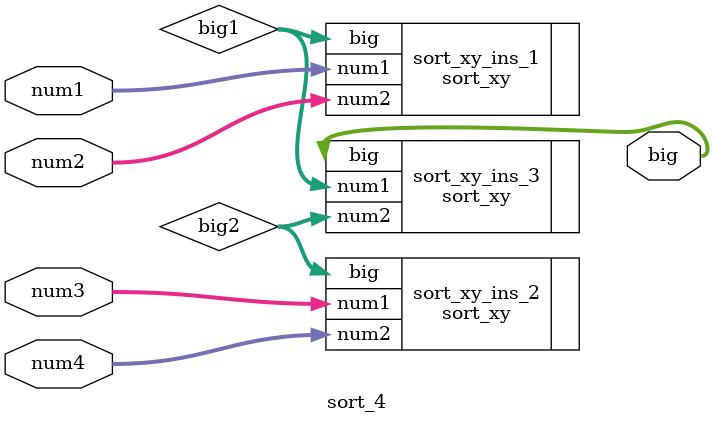
<source format=sv>
module sort_4 (
	input [7:0]      num1,
	input [7:0]      num2,
	input [7:0]      num3,
	input [7:0]      num4,

	output [7:0]     big );  // biggest to out  

// local:
	wire [7:0] big1;
	wire [7:0] big2;

// instansiations:

	sort_xy sort_xy_ins_1( .num1(num1), .num2(num2), .big(big1) );
	 
	sort_xy sort_xy_ins_2( .num1(num3), .num2(num4), .big(big2) );	
	

	sort_xy sort_xy_ins_3( .num1(big1), .num2(big2), .big(big) );


endmodule // sort_4

</source>
